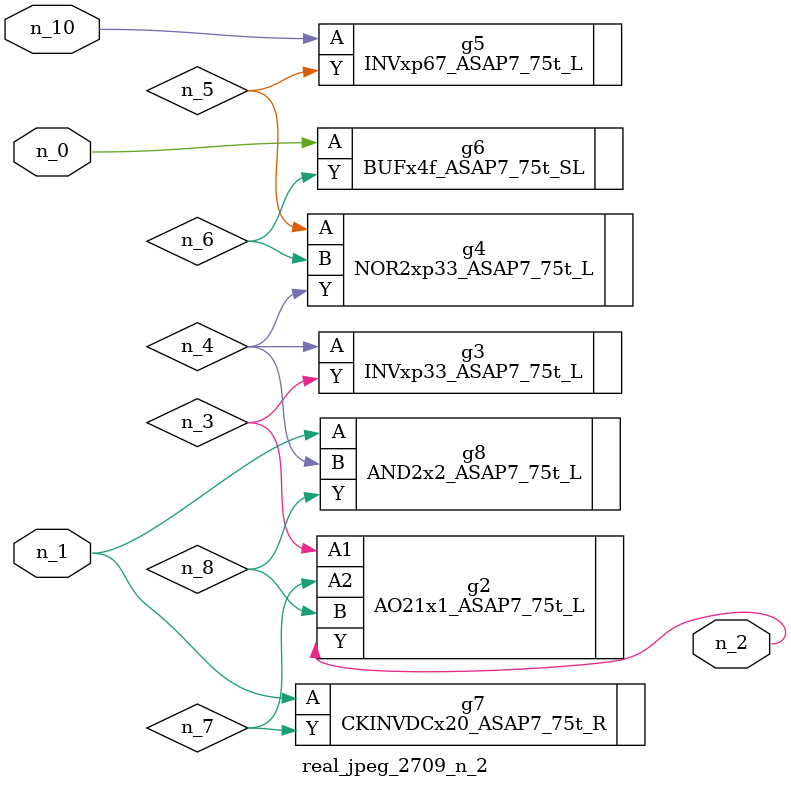
<source format=v>
module real_jpeg_2709_n_2 (n_1, n_10, n_0, n_2);

input n_1;
input n_10;
input n_0;

output n_2;

wire n_5;
wire n_4;
wire n_8;
wire n_6;
wire n_7;
wire n_3;

BUFx4f_ASAP7_75t_SL g6 ( 
.A(n_0),
.Y(n_6)
);

CKINVDCx20_ASAP7_75t_R g7 ( 
.A(n_1),
.Y(n_7)
);

AND2x2_ASAP7_75t_L g8 ( 
.A(n_1),
.B(n_4),
.Y(n_8)
);

AO21x1_ASAP7_75t_L g2 ( 
.A1(n_3),
.A2(n_7),
.B(n_8),
.Y(n_2)
);

INVxp33_ASAP7_75t_L g3 ( 
.A(n_4),
.Y(n_3)
);

NOR2xp33_ASAP7_75t_L g4 ( 
.A(n_5),
.B(n_6),
.Y(n_4)
);

INVxp67_ASAP7_75t_L g5 ( 
.A(n_10),
.Y(n_5)
);


endmodule
</source>
